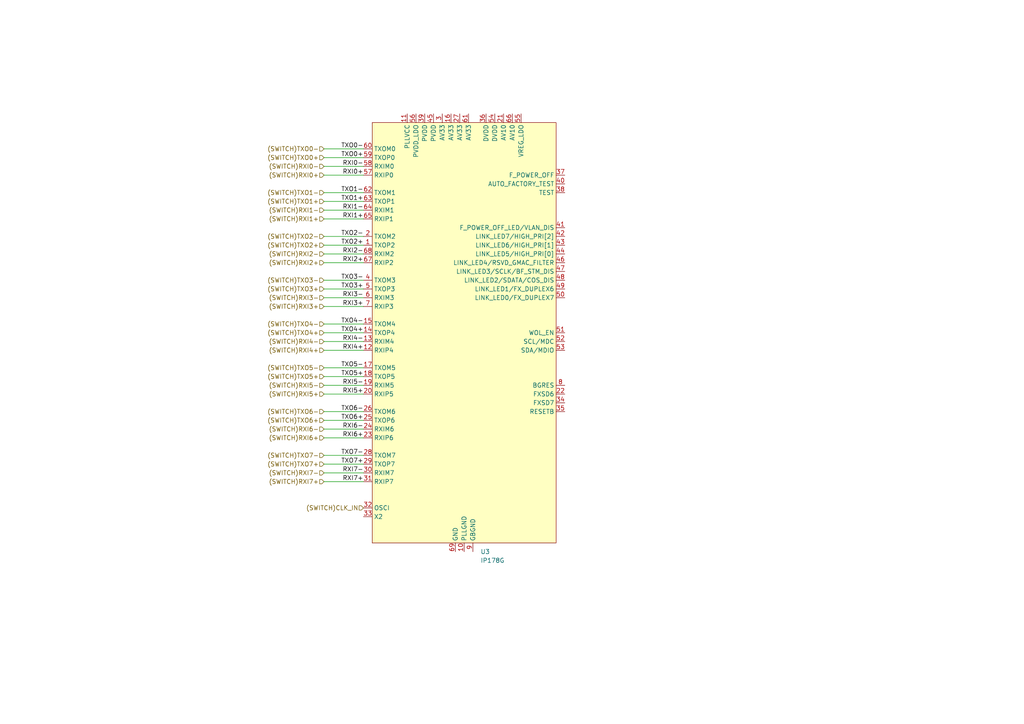
<source format=kicad_sch>
(kicad_sch (version 20231120) (generator "eeschema") (generator_version "8.0")
  (paper "A4")
  (lib_symbols
    (symbol "obcModule:IP178G"
      (property "Reference" "U" (at -26.162 59.944 0))
      (property "Value" "IP178G" (at 23.368 59.436 0))
      (symbol "IP178G_0_0"
        (pin output line (at -29.21 22.86 0) (length 2.54) (name "TXOP2") (number "1"))
        (pin power_in line (at 0 -66.04 90) (length 2.54) (name "PLLGND") (number "10"))
        (pin power_in line (at -16.51 60.96 270) (length 2.54) (name "PLLVCC") (number "11"))
        (pin input line (at -29.21 -7.62 0) (length 2.54) (name "RXIP4") (number "12"))
        (pin input line (at -29.21 -5.08 0) (length 2.54) (name "RXIM4") (number "13"))
        (pin output line (at -29.21 -2.54 0) (length 2.54) (name "TXOP4") (number "14"))
        (pin output line (at -29.21 0 0) (length 2.54) (name "TXOM4") (number "15"))
        (pin power_in line (at -3.81 60.96 270) (length 2.54) (name "AV33") (number "16"))
        (pin output line (at -29.21 -12.7 0) (length 2.54) (name "TXOM5") (number "17"))
        (pin output line (at -29.21 -15.24 0) (length 2.54) (name "TXOP5") (number "18"))
        (pin input line (at -29.21 -17.78 0) (length 2.54) (name "RXIM5") (number "19"))
        (pin output line (at -29.21 25.4 0) (length 2.54) (name "TXOM2") (number "2"))
        (pin input line (at -29.21 -20.32 0) (length 2.54) (name "RXIP5") (number "20"))
        (pin power_in line (at 11.43 60.96 270) (length 2.54) (name "AV10") (number "21"))
        (pin input line (at 29.21 -20.32 180) (length 2.54) (name "FXSD6") (number "22"))
        (pin input line (at -29.21 -33.02 0) (length 2.54) (name "RXIP6") (number "23"))
        (pin input line (at -29.21 -30.48 0) (length 2.54) (name "RXIM6") (number "24"))
        (pin output line (at -29.21 -27.94 0) (length 2.54) (name "TXOP6") (number "25"))
        (pin output line (at -29.21 -25.4 0) (length 2.54) (name "TXOM6") (number "26"))
        (pin power_in line (at -1.27 60.96 270) (length 2.54) (name "AV33") (number "27"))
        (pin output line (at -29.21 -38.1 0) (length 2.54) (name "TXOM7") (number "28"))
        (pin output line (at -29.21 -40.64 0) (length 2.54) (name "TXOP7") (number "29"))
        (pin power_in line (at -6.35 60.96 270) (length 2.54) (name "AV33") (number "3"))
        (pin input line (at -29.21 -43.18 0) (length 2.54) (name "RXIM7") (number "30"))
        (pin input line (at -29.21 -45.72 0) (length 2.54) (name "RXIP7") (number "31"))
        (pin input line (at -29.21 -53.34 0) (length 2.54) (name "OSCI") (number "32"))
        (pin output line (at -29.21 -55.88 0) (length 2.54) (name "X2") (number "33"))
        (pin input line (at 29.21 -22.86 180) (length 2.54) (name "FXSD7") (number "34"))
        (pin input line (at 29.21 -25.4 180) (length 2.54) (name "RESETB") (number "35"))
        (pin power_in line (at 6.35 60.96 270) (length 2.54) (name "DVDD") (number "36"))
        (pin input line (at 29.21 43.18 180) (length 2.54) (name "F_POWER_OFF") (number "37"))
        (pin input line (at 29.21 38.1 180) (length 2.54) (name "TEST") (number "38"))
        (pin unspecified line (at -11.43 60.96 270) (length 2.54) (name "PVDD") (number "39"))
        (pin output line (at -29.21 12.7 0) (length 2.54) (name "TXOM3") (number "4"))
        (pin input line (at 29.21 40.64 180) (length 2.54) (name "AUTO_FACTORY_TEST") (number "40"))
        (pin bidirectional line (at 29.21 27.94 180) (length 2.54) (name "F_POWER_OFF_LED/VLAN_DIS") (number "41"))
        (pin bidirectional line (at 29.21 25.4 180) (length 2.54) (name "LINK_LED7/HIGH_PRI[2]") (number "42"))
        (pin bidirectional line (at 29.21 22.86 180) (length 2.54) (name "LINK_LED6/HIGH_PRI[1]") (number "43"))
        (pin bidirectional line (at 29.21 20.32 180) (length 2.54) (name "LINK_LED5/HIGH_PRI[0]") (number "44"))
        (pin power_in line (at -8.89 60.96 270) (length 2.54) (name "PVDD") (number "45"))
        (pin bidirectional line (at 29.21 17.78 180) (length 2.54) (name "LINK_LED4/RSVD_GMAC_FILTER") (number "46"))
        (pin bidirectional line (at 29.21 15.24 180) (length 2.54) (name "LINK_LED3/SCLK/BF_STM_DIS") (number "47"))
        (pin bidirectional line (at 29.21 12.7 180) (length 2.54) (name "LINK_LED2/SDATA/COS_DIS") (number "48"))
        (pin bidirectional line (at 29.21 10.16 180) (length 2.54) (name "LINK_LED1/FX_DUPLEX6") (number "49"))
        (pin output line (at -29.21 10.16 0) (length 2.54) (name "TXOP3") (number "5"))
        (pin bidirectional line (at 29.21 7.62 180) (length 2.54) (name "LINK_LED0/FX_DUPLEX7") (number "50"))
        (pin bidirectional line (at 29.21 -2.54 180) (length 2.54) (name "WOL_EN") (number "51"))
        (pin input line (at 29.21 -5.08 180) (length 2.54) (name "SCL/MDC") (number "52"))
        (pin bidirectional line (at 29.21 -7.62 180) (length 2.54) (name "SDA/MDIO") (number "53"))
        (pin power_in line (at 8.89 60.96 270) (length 2.54) (name "DVDD") (number "54"))
        (pin power_in line (at -13.97 60.96 270) (length 2.54) (name "PVDD_LDO") (number "56"))
        (pin input line (at -29.21 43.18 0) (length 2.54) (name "RXIP0") (number "57"))
        (pin input line (at -29.21 45.72 0) (length 2.54) (name "RXIM0") (number "58"))
        (pin output line (at -29.21 48.26 0) (length 2.54) (name "TXOP0") (number "59"))
        (pin input line (at -29.21 7.62 0) (length 2.54) (name "RXIM3") (number "6"))
        (pin output line (at -29.21 50.8 0) (length 2.54) (name "TXOM0") (number "60"))
        (pin power_in line (at 1.27 60.96 270) (length 2.54) (name "AV33") (number "61"))
        (pin output line (at -29.21 38.1 0) (length 2.54) (name "TXOM1") (number "62"))
        (pin output line (at -29.21 35.56 0) (length 2.54) (name "TXOP1") (number "63"))
        (pin input line (at -29.21 33.02 0) (length 2.54) (name "RXIM1") (number "64"))
        (pin input line (at -29.21 30.48 0) (length 2.54) (name "RXIP1") (number "65"))
        (pin power_in line (at 13.97 60.96 270) (length 2.54) (name "AV10") (number "66"))
        (pin input line (at -29.21 17.78 0) (length 2.54) (name "RXIP2") (number "67"))
        (pin input line (at -29.21 20.32 0) (length 2.54) (name "RXIM2") (number "68"))
        (pin power_in line (at -2.54 -66.04 90) (length 2.54) (name "GND") (number "69"))
        (pin input line (at -29.21 5.08 0) (length 2.54) (name "RXIP3") (number "7"))
        (pin output line (at 29.21 -17.78 180) (length 2.54) (name "BGRES") (number "8"))
        (pin power_in line (at 2.54 -66.04 90) (length 2.54) (name "GBGND") (number "9"))
      )
      (symbol "IP178G_1_0"
        (pin power_out line (at 16.51 60.96 270) (length 2.54) (name "VREG_LDO") (number "55"))
      )
      (symbol "IP178G_1_1"
        (rectangle (start -26.67 58.42) (end 26.67 -63.5) (fill (type background)))
      )
    )
  )
  (wire (pts (xy 93.98 43.18) (xy 105.41 43.18)))
  (wire (pts (xy 93.98 119.38) (xy 105.41 119.38)))
  (wire (pts (xy 93.98 76.2) (xy 105.41 76.2)))
  (wire (pts (xy 93.98 109.22) (xy 105.41 109.22)))
  (wire (pts (xy 93.98 96.52) (xy 105.41 96.52)))
  (wire (pts (xy 93.98 93.98) (xy 105.41 93.98)))
  (wire (pts (xy 93.98 73.66) (xy 105.41 73.66)))
  (wire (pts (xy 93.98 63.5) (xy 105.41 63.5)))
  (wire (pts (xy 93.98 114.3) (xy 105.41 114.3)))
  (wire (pts (xy 93.98 111.76) (xy 105.41 111.76)))
  (wire (pts (xy 93.98 83.82) (xy 105.41 83.82)))
  (wire (pts (xy 93.98 132.08) (xy 105.41 132.08)))
  (wire (pts (xy 93.98 58.42) (xy 105.41 58.42)))
  (wire (pts (xy 93.98 86.36) (xy 105.41 86.36)))
  (wire (pts (xy 93.98 71.12) (xy 105.41 71.12)))
  (wire (pts (xy 93.98 106.68) (xy 105.41 106.68)))
  (wire (pts (xy 93.98 101.6) (xy 105.41 101.6)))
  (wire (pts (xy 93.98 50.8) (xy 105.41 50.8)))
  (wire (pts (xy 93.98 55.88) (xy 105.41 55.88)))
  (wire (pts (xy 93.98 81.28) (xy 105.41 81.28)))
  (wire (pts (xy 93.98 60.96) (xy 105.41 60.96)))
  (wire (pts (xy 93.98 124.46) (xy 105.41 124.46)))
  (wire (pts (xy 93.98 121.92) (xy 105.41 121.92)))
  (wire (pts (xy 93.98 139.7) (xy 105.41 139.7)))
  (wire (pts (xy 93.98 45.72) (xy 105.41 45.72)))
  (wire (pts (xy 93.98 99.06) (xy 105.41 99.06)))
  (wire (pts (xy 93.98 48.26) (xy 105.41 48.26)))
  (wire (pts (xy 93.98 68.58) (xy 105.41 68.58)))
  (wire (pts (xy 93.98 88.9) (xy 105.41 88.9)))
  (wire (pts (xy 93.98 137.16) (xy 105.41 137.16)))
  (wire (pts (xy 93.98 134.62) (xy 105.41 134.62)))
  (wire (pts (xy 93.98 127) (xy 105.41 127)))
  (label "TXO2-" (at 105.41 68.58 180))
  (label "RXI0+" (at 105.41 50.8 180))
  (label "TXO1+" (at 105.41 58.42 180))
  (label "TXO3+" (at 105.41 83.82 180))
  (label "TXO2+" (at 105.41 71.12 180))
  (label "RXI7-" (at 105.41 137.16 180))
  (label "TXO4+" (at 105.41 96.52 180))
  (label "RXI4-" (at 105.41 99.06 180))
  (label "TXO4-" (at 105.41 93.98 180))
  (label "RXI5+" (at 105.41 114.3 180))
  (label "TXO6+" (at 105.41 121.92 180))
  (label "RXI1+" (at 105.41 63.5 180))
  (label "TXO0-" (at 105.41 43.18 180))
  (label "RXI2-" (at 105.41 73.66 180))
  (label "TXO1-" (at 105.41 55.88 180))
  (label "RXI3-" (at 105.41 86.36 180))
  (label "RXI4+" (at 105.41 101.6 180))
  (label "TXO6-" (at 105.41 119.38 180))
  (label "RXI1-" (at 105.41 60.96 180))
  (label "RXI6+" (at 105.41 127 180))
  (label "TXO7+" (at 105.41 134.62 180))
  (label "RXI7+" (at 105.41 139.7 180))
  (label "TXO5+" (at 105.41 109.22 180))
  (label "RXI0-" (at 105.41 48.26 180))
  (label "RXI6-" (at 105.41 124.46 180))
  (label "RXI2+" (at 105.41 76.2 180))
  (label "RXI5-" (at 105.41 111.76 180))
  (label "TXO3-" (at 105.41 81.28 180))
  (label "TXO0+" (at 105.41 45.72 180))
  (label "RXI3+" (at 105.41 88.9 180))
  (label "TXO5-" (at 105.41 106.68 180))
  (label "TXO7-" (at 105.41 132.08 180))
  (hierarchical_label "(SWITCH)RXI7+" (shape input) (at 93.98 139.7 180))
  (hierarchical_label "(SWITCH)TXO0-" (shape input) (at 93.98 43.18 180))
  (hierarchical_label "(SWITCH)TXO6+" (shape input) (at 93.98 121.92 180))
  (hierarchical_label "(SWITCH)RXI3-" (shape input) (at 93.98 86.36 180))
  (hierarchical_label "(SWITCH)TXO4+" (shape input) (at 93.98 96.52 180))
  (hierarchical_label "(SWITCH)RXI5+" (shape input) (at 93.98 114.3 180))
  (hierarchical_label "(SWITCH)TXO3+" (shape input) (at 93.98 83.82 180))
  (hierarchical_label "(SWITCH)RXI0+" (shape input) (at 93.98 50.8 180))
  (hierarchical_label "(SWITCH)RXI4-" (shape input) (at 93.98 99.06 180))
  (hierarchical_label "(SWITCH)RXI5-" (shape input) (at 93.98 111.76 180))
  (hierarchical_label "(SWITCH)CLK_IN" (shape input) (at 105.41 147.32 180))
  (hierarchical_label "(SWITCH)RXI3+" (shape input) (at 93.98 88.9 180))
  (hierarchical_label "(SWITCH)TXO0+" (shape input) (at 93.98 45.72 180))
  (hierarchical_label "(SWITCH)RXI0-" (shape input) (at 93.98 48.26 180))
  (hierarchical_label "(SWITCH)RXI7-" (shape input) (at 93.98 137.16 180))
  (hierarchical_label "(SWITCH)RXI4+" (shape input) (at 93.98 101.6 180))
  (hierarchical_label "(SWITCH)RXI2+" (shape input) (at 93.98 76.2 180))
  (hierarchical_label "(SWITCH)RXI2-" (shape input) (at 93.98 73.66 180))
  (hierarchical_label "(SWITCH)TXO5-" (shape input) (at 93.98 106.68 180))
  (hierarchical_label "(SWITCH)TXO6-" (shape input) (at 93.98 119.38 180))
  (hierarchical_label "(SWITCH)TXO3-" (shape input) (at 93.98 81.28 180))
  (hierarchical_label "(SWITCH)TXO5+" (shape input) (at 93.98 109.22 180))
  (hierarchical_label "(SWITCH)RXI6-" (shape input) (at 93.98 124.46 180))
  (hierarchical_label "(SWITCH)TXO1-" (shape input) (at 93.98 55.88 180))
  (hierarchical_label "(SWITCH)RXI1-" (shape input) (at 93.98 60.96 180))
  (hierarchical_label "(SWITCH)RXI1+" (shape input) (at 93.98 63.5 180))
  (hierarchical_label "(SWITCH)RXI6+" (shape input) (at 93.98 127 180))
  (hierarchical_label "(SWITCH)TXO7-" (shape input) (at 93.98 132.08 180))
  (hierarchical_label "(SWITCH)TXO4-" (shape input) (at 93.98 93.98 180))
  (hierarchical_label "(SWITCH)TXO2-" (shape input) (at 93.98 68.58 180))
  (hierarchical_label "(SWITCH)TXO2+" (shape input) (at 93.98 71.12 180))
  (hierarchical_label "(SWITCH)TXO7+" (shape input) (at 93.98 134.62 180))
  (hierarchical_label "(SWITCH)TXO1+" (shape input) (at 93.98 58.42 180))
  (symbol (lib_id "obcModule:IP178G") (at 134.62 93.98 0) (unit 1)
    (property "Reference" "U3" (at 139.3541 160.02 0) (effects (justify left)))
    (property "Value" "IP178G" (at 139.3541 162.56 0) (effects (justify left)))
    (property "Footprint" "Package_DFN_QFN:QFN-68-1EP_8x8mm_P0.4mm_EP5.2x5.2mm" (effects (hide yes)))
    (property "Datasheet" "https://www.micros.com.pl/mediaserver/info-uiip178g.pdf" (effects (hide yes)))
  )
)
</source>
